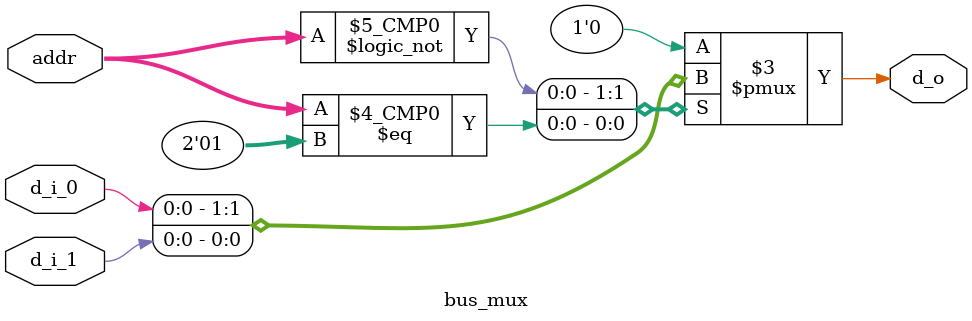
<source format=v>
`timescale 1ns/1ps

module bus_mux #(parameter WIDTH = 1)(addr, d_i_0, d_i_1, d_o); //this mux will be expanded in future

localparam ADDR_WIDTH = $clog2(WIDTH);

input [ADDR_WIDTH-1:0] addr;
input [WIDTH-1:0] d_i_0;
input [WIDTH-1:0] d_i_1;

output reg [WIDTH-1:0] d_o;

always @* begin
	casez(addr)
		0: d_o = d_i_0;
		1: d_o = d_i_1;
		default: d_o = 0;
	endcase
end


endmodule

</source>
